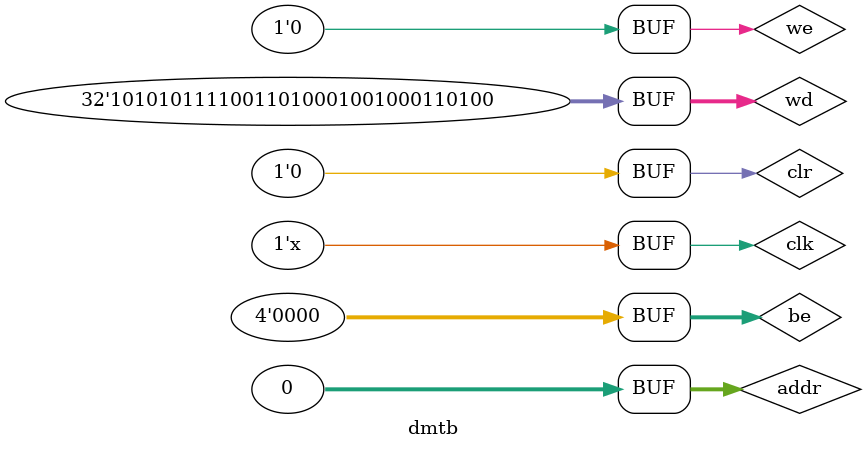
<source format=v>
`timescale 1ns / 1ps



module dmtb;

	// Inputs
	reg clk;
	reg clr;
	reg [3:0] be;
	reg we;
	reg [31:0] addr;
	reg [31:0] wd;

	// Outputs
	wire [31:0] dr;

	// Instantiate the Unit Under Test (UUT)
	DM uut (
		.clk(clk), 
		.clr(clr), 
		.be(be), 
		.we(we), 
		.addr(addr), 
		.wd(wd), 
		.dr(dr)
	);

	initial begin
		// Initialize Inputs
		clk = 0;
		clr = 0;
		be = 4'b1000;
		we = 1;
		addr = 11;
		wd = 32'habcd1234;
		#20 
		be = 0;
		we = 0;
		addr = 0;
		wd = 32'habcd1234;

        
		// Add stimulus here

	end
  always #5 clk=~clk;  
endmodule


</source>
